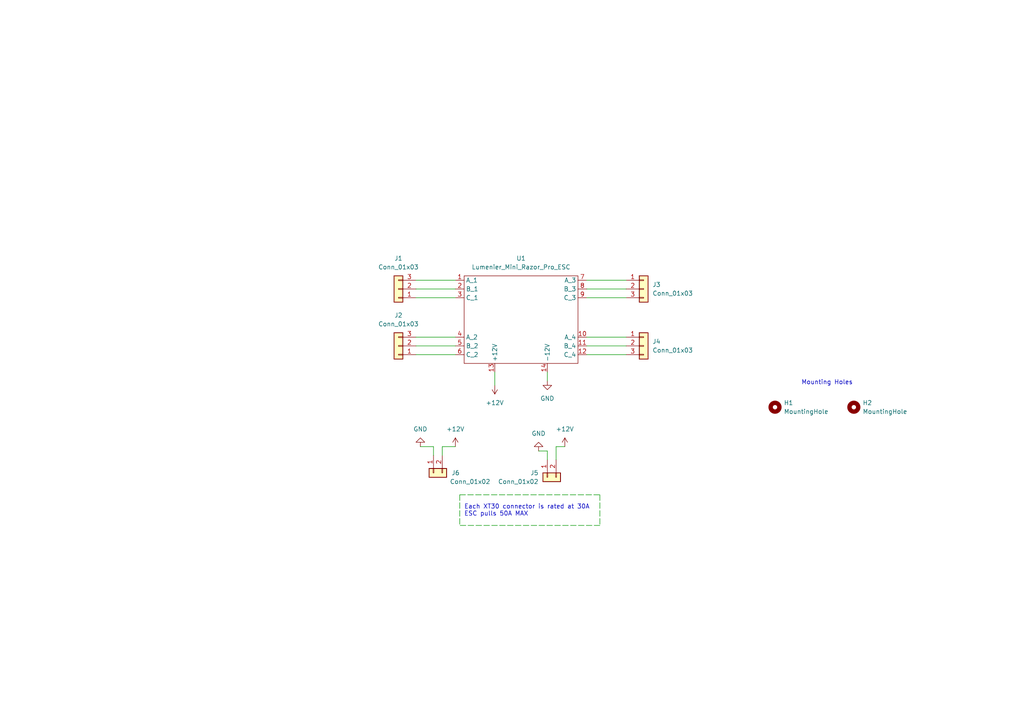
<source format=kicad_sch>
(kicad_sch (version 20230121) (generator eeschema)
  (paper "A4")
  (title_block (title "Lumenier ESC Carrier Board") (date "8/18/2023") (rev "1") (company "Cabrillo Robotics"))
  (lib_symbols
    (symbol "Connector_Generic:Conn_01x02" (pin_names (offset 1.016) hide)
      (property "Reference" "J" (at 0 2.54 0))
      (property "Value" "Conn_01x02" (at 0 -5.08 0))
      (symbol "Conn_01x02_1_1"
        (rectangle (start -1.27 -2.413) (end 0 -2.667) (stroke (width 0.1524)))
        (rectangle (start -1.27 0.127) (end 0 -0.127) (stroke (width 0.1524)))
        (rectangle (start -1.27 1.27) (end 1.27 -3.81) (stroke (width 0.254)) (fill (type background)))
        (pin passive line (at -5.08 0 0) (length 3.81) (name "Pin_1") (number "1"))
        (pin passive line (at -5.08 -2.54 0) (length 3.81) (name "Pin_2") (number "2"))
      )
    )
    (symbol "Connector_Generic:Conn_01x03" (pin_names (offset 1.016) hide)
      (property "Reference" "J" (at 0 5.08 0))
      (property "Value" "Conn_01x03" (at 0 -5.08 0))
      (symbol "Conn_01x03_1_1"
        (rectangle (start -1.27 -2.413) (end 0 -2.667) (stroke (width 0.1524)))
        (rectangle (start -1.27 0.127) (end 0 -0.127) (stroke (width 0.1524)))
        (rectangle (start -1.27 2.667) (end 0 2.413) (stroke (width 0.1524)))
        (rectangle (start -1.27 3.81) (end 1.27 -3.81) (stroke (width 0.254)) (fill (type background)))
        (pin passive line (at -5.08 2.54 0) (length 3.81) (name "Pin_1") (number "1"))
        (pin passive line (at -5.08 0 0) (length 3.81) (name "Pin_2") (number "2"))
        (pin passive line (at -5.08 -2.54 0) (length 3.81) (name "Pin_3") (number "3"))
      )
    )
    (symbol "Lumenier_Mini_Razor_Pro_ESC:Lumenier_Mini_Razor_Pro_ESC"
      (property "Reference" "U" (at 0 0 0))
      (property "Value" "Lumenier_Mini_Razor_Pro_ESC" (at 0 3.81 0))
      (symbol "Lumenier_Mini_Razor_Pro_ESC_0_1"
        (rectangle (start -16.51 12.7) (end 16.51 -12.7))
      )
      (symbol "Lumenier_Mini_Razor_Pro_ESC_1_1"
        (pin input line (at -19.05 11.43 0) (length 2.54) (name "A_1") (number "1"))
        (pin input line (at 19.05 -5.08 180) (length 2.54) (name "A_4") (number "10"))
        (pin input line (at 19.05 -7.62 180) (length 2.54) (name "B_4") (number "11"))
        (pin input line (at 19.05 -10.16 180) (length 2.54) (name "C_4") (number "12"))
        (pin input line (at -7.62 -15.24 90) (length 2.54) (name "+12V") (number "13"))
        (pin input line (at 7.62 -15.24 90) (length 2.54) (name "-12V") (number "14"))
        (pin input line (at -19.05 8.89 0) (length 2.54) (name "B_1") (number "2"))
        (pin input line (at -19.05 6.35 0) (length 2.54) (name "C_1") (number "3"))
        (pin input line (at -19.05 -5.08 0) (length 2.54) (name "A_2") (number "4"))
        (pin input line (at -19.05 -7.62 0) (length 2.54) (name "B_2") (number "5"))
        (pin input line (at -19.05 -10.16 0) (length 2.54) (name "C_2") (number "6"))
        (pin input line (at 19.05 11.43 180) (length 2.54) (name "A_3") (number "7"))
        (pin input line (at 19.05 8.89 180) (length 2.54) (name "B_3") (number "8"))
        (pin input line (at 19.05 6.35 180) (length 2.54) (name "C_3") (number "9"))
      )
    )
    (symbol "Mechanical:MountingHole" (pin_names (offset 1.016))
      (property "Reference" "H" (at 0 5.08 0))
      (property "Value" "MountingHole" (at 0 3.175 0))
      (symbol "MountingHole_0_1"
        (circle (center 0 0) (radius 1.27) (stroke (width 1.27)))
      )
    )
    (symbol "power:+12V" (power) (pin_names (offset 0))
      (property "Value" "+12V" (at 0 3.556 0))
      (symbol "+12V_0_1"
        (polyline (pts (xy -0.762 1.27) (xy 0 2.54)))
        (polyline (pts (xy 0 0) (xy 0 2.54)))
        (polyline (pts (xy 0 2.54) (xy 0.762 1.27)))
      )
      (symbol "+12V_1_1"
        (pin power_in line (at 0 0 90) (length 0) hide (name "+12V") (number "1"))
      )
    )
    (symbol "power:GND" (power) (pin_names (offset 0))
      (property "Value" "GND" (at 0 -3.81 0))
      (symbol "GND_0_1"
        (polyline (pts (xy 0 0) (xy 0 -1.27) (xy 1.27 -1.27) (xy 0 -2.54) (xy -1.27 -1.27) (xy 0 -1.27)))
      )
      (symbol "GND_1_1"
        (pin power_in line (at 0 0 270) (length 0) hide (name "GND") (number "1"))
      )
    )
  )
  (wire (pts (xy 128.27 129.54) (xy 128.27 132.08)))
  (wire (pts (xy 170.18 86.36) (xy 181.61 86.36)))
  (wire (pts (xy 158.75 110.49) (xy 158.75 107.95)))
  (wire (pts (xy 170.18 97.79) (xy 181.61 97.79)))
  (wire (pts (xy 120.65 83.82) (xy 132.08 83.82)))
  (wire (pts (xy 125.73 129.54) (xy 125.73 132.08)))
  (wire (pts (xy 120.65 97.79) (xy 132.08 97.79)))
  (wire (pts (xy 133.35 143.51) (xy 173.99 143.51)) (stroke (width 0) (type dash)))
  (wire (pts (xy 120.65 81.28) (xy 132.08 81.28)))
  (wire (pts (xy 173.99 143.51) (xy 173.99 152.4)) (stroke (width 0) (type dash)))
  (wire (pts (xy 132.08 129.54) (xy 128.27 129.54)))
  (wire (pts (xy 170.18 102.87) (xy 181.61 102.87)))
  (wire (pts (xy 161.29 129.54) (xy 161.29 133.35)))
  (wire (pts (xy 120.65 100.33) (xy 132.08 100.33)))
  (wire (pts (xy 158.75 130.81) (xy 158.75 133.35)))
  (wire (pts (xy 133.35 143.51) (xy 133.35 152.4)) (stroke (width 0) (type dash)))
  (wire (pts (xy 120.65 86.36) (xy 132.08 86.36)))
  (wire (pts (xy 170.18 81.28) (xy 181.61 81.28)))
  (wire (pts (xy 121.92 129.54) (xy 125.73 129.54)))
  (wire (pts (xy 143.51 107.95) (xy 143.51 111.76)))
  (wire (pts (xy 156.21 130.81) (xy 158.75 130.81)))
  (wire (pts (xy 170.18 83.82) (xy 181.61 83.82)))
  (wire (pts (xy 120.65 102.87) (xy 132.08 102.87)))
  (wire (pts (xy 163.83 129.54) (xy 161.29 129.54)))
  (wire (pts (xy 173.99 152.4) (xy 133.35 152.4)) (stroke (width 0) (type dash)))
  (wire (pts (xy 170.18 100.33) (xy 181.61 100.33)))
  (text "Mounting Holes" (at 232.41 111.76 0) (effects (font (size 1.27 1.27)) (justify left bottom)))
  (text "Each XT30 connector is rated at 30A\nESC pulls 50A MAX" (at 134.62 149.86 0) (effects (font (size 1.27 1.27)) (justify left bottom)))
  (symbol (lib_id "Connector_Generic:Conn_01x03") (at 186.69 100.33 0) (unit 1)
    (property "Reference" "J4" (at 189.23 99.0599 0) (effects (justify left)))
    (property "Value" "Conn_01x03" (at 189.23 101.5999 0) (effects (justify left)))
    (property "Footprint" "Connector_AMASS:AMASS_MR30PW-FB_1x03_P3.50mm_Horizontal" (effects hide))
  )
  (symbol (lib_id "Connector_Generic:Conn_01x03") (at 115.57 100.33 180) (unit 1)
    (property "Reference" "J2" (at 115.57 91.44 0))
    (property "Value" "Conn_01x03" (at 115.57 93.98 0))
    (property "Footprint" "Connector_AMASS:AMASS_MR30PW-FB_1x03_P3.50mm_Horizontal" (effects hide))
  )
  (symbol (lib_id "Connector_Generic:Conn_01x02") (at 125.73 137.16 90) (mirror x) (unit 1)
    (property "Reference" "J6" (at 133.35 137.16 90) (effects (justify left)))
    (property "Value" "Conn_01x02" (at 142.24 139.7 90) (effects (justify left)))
    (property "Footprint" "Connector_AMASS:AMASS_XT30PW-F_1x02_P2.50mm_Horizontal" (effects hide))
  )
  (symbol (lib_id "power:GND") (at 156.21 130.81 180) (unit 1)
    (property "Reference" "#PWR?" (effects hide))
    (property "Value" "GND" (at 156.21 125.73 0))
  )
  (symbol (lib_id "Mechanical:MountingHole") (at 224.79 118.11 0) (unit 1)
    (property "Reference" "H1" (at 227.33 116.8399 0) (effects (justify left)))
    (property "Value" "MountingHole" (at 227.33 119.3799 0) (effects (justify left)))
    (property "Footprint" "MountingHole:MountingHole_3.2mm_M3_ISO14580_Pad" (effects hide))
  )
  (symbol (lib_id "power:GND") (at 121.92 129.54 180) (unit 1)
    (property "Reference" "#PWR?" (effects hide))
    (property "Value" "GND" (at 121.92 124.46 0))
  )
  (symbol (lib_id "power:+12V") (at 163.83 129.54 0) (unit 1)
    (property "Reference" "#PWR?" (effects hide))
    (property "Value" "+12V" (at 163.83 124.46 0))
  )
  (symbol (lib_id "power:GND") (at 158.75 110.49 0) (unit 1)
    (property "Reference" "#PWR?" (effects hide))
    (property "Value" "GND" (at 158.75 115.57 0))
  )
  (symbol (lib_id "Connector_Generic:Conn_01x03") (at 186.69 83.82 0) (unit 1)
    (property "Reference" "J3" (at 189.23 82.5499 0) (effects (justify left)))
    (property "Value" "Conn_01x03" (at 189.23 85.0899 0) (effects (justify left)))
    (property "Footprint" "Connector_AMASS:AMASS_MR30PW-FB_1x03_P3.50mm_Horizontal" (effects hide))
  )
  (symbol (lib_id "Connector_Generic:Conn_01x03") (at 115.57 83.82 180) (unit 1)
    (property "Reference" "J1" (at 115.57 74.93 0))
    (property "Value" "Conn_01x03" (at 115.57 77.47 0))
    (property "Footprint" "Connector_AMASS:AMASS_MR30PW-FB_1x03_P3.50mm_Horizontal" (effects hide))
  )
  (symbol (lib_id "Connector_Generic:Conn_01x02") (at 158.75 138.43 90) (mirror x) (unit 1)
    (property "Reference" "J5" (at 156.21 137.1599 90) (effects (justify left)))
    (property "Value" "Conn_01x02" (at 156.21 139.6999 90) (effects (justify left)))
    (property "Footprint" "Connector_AMASS:AMASS_XT30PW-F_1x02_P2.50mm_Horizontal" (effects hide))
  )
  (symbol (lib_id "Mechanical:MountingHole") (at 247.65 118.11 0) (unit 1)
    (property "Reference" "H2" (at 250.19 116.8399 0) (effects (justify left)))
    (property "Value" "MountingHole" (at 250.19 119.3799 0) (effects (justify left)))
    (property "Footprint" "MountingHole:MountingHole_3.2mm_M3_ISO14580_Pad" (effects hide))
  )
  (symbol (lib_id "power:+12V") (at 143.51 111.76 180) (unit 1)
    (property "Reference" "#PWR?" (effects hide))
    (property "Value" "+12V" (at 143.51 116.84 0))
  )
  (symbol (lib_id "Lumenier_Mini_Razor_Pro_ESC:Lumenier_Mini_Razor_Pro_ESC") (at 151.13 92.71 0) (unit 1)
    (property "Reference" "U1" (at 151.13 74.93 0))
    (property "Value" "Lumenier_Mini_Razor_Pro_ESC" (at 151.13 77.47 0))
    (property "Footprint" "Footprints:Lumenier_Mini_Razor_Pro_ESC" (effects hide))
  )
  (symbol (lib_id "power:+12V") (at 132.08 129.54 0) (unit 1)
    (property "Reference" "#PWR?" (effects hide))
    (property "Value" "+12V" (at 132.08 124.46 0))
  )
)
</source>
